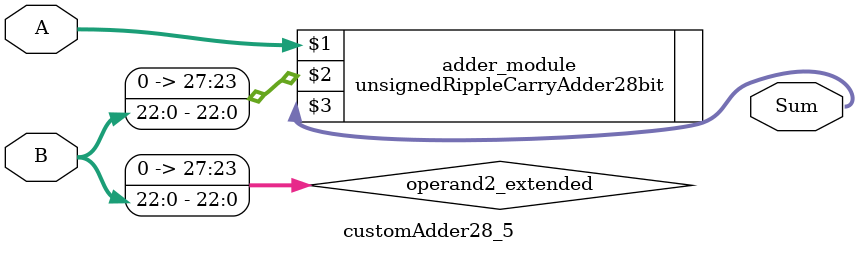
<source format=v>

module customAdder28_5(
                    input [27 : 0] A,
                    input [22 : 0] B,
                    
                    output [28 : 0] Sum
            );

    wire [27 : 0] operand2_extended;
    
    assign operand2_extended =  {5'b0, B};
    
    unsignedRippleCarryAdder28bit adder_module(
        A,
        operand2_extended,
        Sum
    );
    
endmodule
        
</source>
